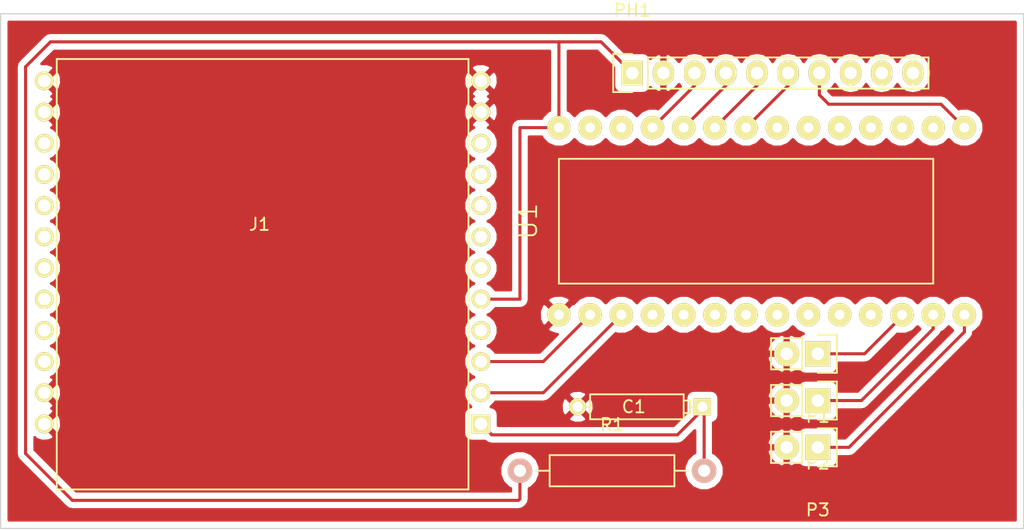
<source format=kicad_pcb>
(kicad_pcb (version 4) (host pcbnew 4.0.1-stable)

  (general
    (links 26)
    (no_connects 0)
    (area 153.873999 101.803999 237.286001 143.814001)
    (thickness 1.6)
    (drawings 7)
    (tracks 44)
    (zones 0)
    (modules 8)
    (nets 47)
  )

  (page A4)
  (layers
    (0 F.Cu signal)
    (31 B.Cu signal)
    (32 B.Adhes user)
    (33 F.Adhes user)
    (34 B.Paste user)
    (35 F.Paste user)
    (36 B.SilkS user)
    (37 F.SilkS user)
    (38 B.Mask user)
    (39 F.Mask user)
    (40 Dwgs.User user)
    (41 Cmts.User user)
    (42 Eco1.User user)
    (43 Eco2.User user)
    (44 Edge.Cuts user)
    (45 Margin user)
    (46 B.CrtYd user)
    (47 F.CrtYd user)
    (48 B.Fab user)
    (49 F.Fab user)
  )

  (setup
    (last_trace_width 0.25)
    (trace_clearance 0.2)
    (zone_clearance 0.508)
    (zone_45_only no)
    (trace_min 0.2)
    (segment_width 0.2)
    (edge_width 0.1)
    (via_size 0.6)
    (via_drill 0.4)
    (via_min_size 0.4)
    (via_min_drill 0.3)
    (uvia_size 0.3)
    (uvia_drill 0.1)
    (uvias_allowed no)
    (uvia_min_size 0.2)
    (uvia_min_drill 0.1)
    (pcb_text_width 0.3)
    (pcb_text_size 1.5 1.5)
    (mod_edge_width 0.15)
    (mod_text_size 1 1)
    (mod_text_width 0.15)
    (pad_size 1.7272 2.032)
    (pad_drill 1.016)
    (pad_to_mask_clearance 0)
    (aux_axis_origin 0 0)
    (visible_elements 7FFFFFFF)
    (pcbplotparams
      (layerselection 0x00030_80000001)
      (usegerberextensions false)
      (excludeedgelayer true)
      (linewidth 0.100000)
      (plotframeref false)
      (viasonmask false)
      (mode 1)
      (useauxorigin false)
      (hpglpennumber 1)
      (hpglpenspeed 20)
      (hpglpendiameter 15)
      (hpglpenoverlay 2)
      (psnegative false)
      (psa4output false)
      (plotreference true)
      (plotvalue true)
      (plotinvisibletext false)
      (padsonsilk false)
      (subtractmaskfromsilk false)
      (outputformat 1)
      (mirror false)
      (drillshape 1)
      (scaleselection 1)
      (outputdirectory ""))
  )

  (net 0 "")
  (net 1 Earth)
  (net 2 "Net-(J1-Pad10)")
  (net 3 "Net-(J1-Pad9)")
  (net 4 "Net-(J1-Pad8)")
  (net 5 "Net-(J1-Pad7)")
  (net 6 "Net-(J1-Pad6)")
  (net 7 +5V)
  (net 8 "Net-(J1-Pad4)")
  (net 9 "Net-(J1-Pad3)")
  (net 10 "Net-(J1-Pad2)")
  (net 11 "Net-(P1-Pad1)")
  (net 12 "Net-(P2-Pad1)")
  (net 13 "Net-(P3-Pad1)")
  (net 14 "Net-(U1-Pad3)")
  (net 15 "Net-(U1-Pad4)")
  (net 16 "Net-(U1-Pad5)")
  (net 17 "Net-(U1-Pad6)")
  (net 18 "Net-(U1-Pad7)")
  (net 19 "Net-(U1-Pad8)")
  (net 20 "Net-(U1-Pad9)")
  (net 21 "Net-(U1-Pad17)")
  (net 22 "Net-(U1-Pad18)")
  (net 23 "Net-(U1-Pad24)")
  (net 24 "Net-(U1-Pad25)")
  (net 25 "Net-(C1-Pad1)")
  (net 26 "Net-(J1-Pad15)")
  (net 27 "Net-(J1-Pad16)")
  (net 28 "Net-(J1-Pad17)")
  (net 29 "Net-(J1-Pad18)")
  (net 30 "Net-(J1-Pad19)")
  (net 31 "Net-(J1-Pad20)")
  (net 32 "Net-(J1-Pad21)")
  (net 33 "Net-(J1-Pad22)")
  (net 34 "Net-(U1-Pad14)")
  (net 35 "Net-(U1-Pad15)")
  (net 36 "Net-(U1-Pad16)")
  (net 37 "Net-(U1-Pad2)")
  (net 38 "Net-(PH1-Pad8)")
  (net 39 "Net-(PH1-Pad9)")
  (net 40 "Net-(PH1-Pad10)")
  (net 41 "Net-(U1-Pad19)")
  (net 42 "Net-(PH1-Pad3)")
  (net 43 "Net-(PH1-Pad4)")
  (net 44 "Net-(PH1-Pad5)")
  (net 45 "Net-(PH1-Pad6)")
  (net 46 "Net-(PH1-Pad7)")

  (net_class Default "This is the default net class."
    (clearance 0.2)
    (trace_width 0.25)
    (via_dia 0.6)
    (via_drill 0.4)
    (uvia_dia 0.3)
    (uvia_drill 0.1)
    (add_net +5V)
    (add_net Earth)
    (add_net "Net-(C1-Pad1)")
    (add_net "Net-(J1-Pad10)")
    (add_net "Net-(J1-Pad15)")
    (add_net "Net-(J1-Pad16)")
    (add_net "Net-(J1-Pad17)")
    (add_net "Net-(J1-Pad18)")
    (add_net "Net-(J1-Pad19)")
    (add_net "Net-(J1-Pad2)")
    (add_net "Net-(J1-Pad20)")
    (add_net "Net-(J1-Pad21)")
    (add_net "Net-(J1-Pad22)")
    (add_net "Net-(J1-Pad3)")
    (add_net "Net-(J1-Pad4)")
    (add_net "Net-(J1-Pad6)")
    (add_net "Net-(J1-Pad7)")
    (add_net "Net-(J1-Pad8)")
    (add_net "Net-(J1-Pad9)")
    (add_net "Net-(P1-Pad1)")
    (add_net "Net-(P2-Pad1)")
    (add_net "Net-(P3-Pad1)")
    (add_net "Net-(PH1-Pad10)")
    (add_net "Net-(PH1-Pad3)")
    (add_net "Net-(PH1-Pad4)")
    (add_net "Net-(PH1-Pad5)")
    (add_net "Net-(PH1-Pad6)")
    (add_net "Net-(PH1-Pad7)")
    (add_net "Net-(PH1-Pad8)")
    (add_net "Net-(PH1-Pad9)")
    (add_net "Net-(U1-Pad14)")
    (add_net "Net-(U1-Pad15)")
    (add_net "Net-(U1-Pad16)")
    (add_net "Net-(U1-Pad17)")
    (add_net "Net-(U1-Pad18)")
    (add_net "Net-(U1-Pad19)")
    (add_net "Net-(U1-Pad2)")
    (add_net "Net-(U1-Pad24)")
    (add_net "Net-(U1-Pad25)")
    (add_net "Net-(U1-Pad3)")
    (add_net "Net-(U1-Pad4)")
    (add_net "Net-(U1-Pad5)")
    (add_net "Net-(U1-Pad6)")
    (add_net "Net-(U1-Pad7)")
    (add_net "Net-(U1-Pad8)")
    (add_net "Net-(U1-Pad9)")
  )

  (module Discret:CP4 (layer F.Cu) (tedit 0) (tstamp 56EDCA80)
    (at 205.994 133.858 180)
    (descr "Condensateur polarise")
    (tags CP)
    (path /56EDCA55)
    (fp_text reference C1 (at 0.508 0 180) (layer F.SilkS)
      (effects (font (size 1 1) (thickness 0.15)))
    )
    (fp_text value CP (at 0.508 0 180) (layer F.Fab)
      (effects (font (size 1 1) (thickness 0.15)))
    )
    (fp_line (start 5.08 0) (end 4.064 0) (layer F.SilkS) (width 0.15))
    (fp_line (start 4.064 0) (end 4.064 1.016) (layer F.SilkS) (width 0.15))
    (fp_line (start 4.064 1.016) (end -3.556 1.016) (layer F.SilkS) (width 0.15))
    (fp_line (start -3.556 1.016) (end -3.556 -1.016) (layer F.SilkS) (width 0.15))
    (fp_line (start -3.556 -1.016) (end 4.064 -1.016) (layer F.SilkS) (width 0.15))
    (fp_line (start 4.064 -1.016) (end 4.064 0) (layer F.SilkS) (width 0.15))
    (fp_line (start -5.08 0) (end -4.064 0) (layer F.SilkS) (width 0.15))
    (fp_line (start -3.556 0.508) (end -4.064 0.508) (layer F.SilkS) (width 0.15))
    (fp_line (start -4.064 0.508) (end -4.064 -0.508) (layer F.SilkS) (width 0.15))
    (fp_line (start -4.064 -0.508) (end -3.556 -0.508) (layer F.SilkS) (width 0.15))
    (pad 1 thru_hole rect (at -5.08 0 180) (size 1.397 1.397) (drill 0.8128) (layers *.Cu *.Mask F.SilkS)
      (net 25 "Net-(C1-Pad1)"))
    (pad 2 thru_hole circle (at 5.08 0 180) (size 1.397 1.397) (drill 0.8128) (layers *.Cu *.Mask F.SilkS)
      (net 1 Earth))
    (model Discret.3dshapes/CP4.wrl
      (at (xyz 0 0 0))
      (scale (xyz 0.4 0.4 0.4))
      (rotate (xyz 0 0 0))
    )
  )

  (module EVM-915_DTS:EVM-915-DTS-Shape (layer F.Cu) (tedit 56EDC74B) (tstamp 56EDCAB2)
    (at 193.04 135.255 180)
    (path /56EAE0CB)
    (fp_text reference J1 (at 18.034 16.256 180) (layer F.SilkS)
      (effects (font (size 1 1) (thickness 0.15)))
    )
    (fp_text value EVM-915-DTS (at 18.288 10.922 180) (layer F.Fab)
      (effects (font (size 1 1) (thickness 0.15)))
    )
    (fp_line (start 34.544 -5.334) (end 34.544 29.718) (layer F.SilkS) (width 0.15))
    (fp_line (start 34.544 29.718) (end 1.016 29.718) (layer F.SilkS) (width 0.15))
    (fp_line (start 1.016 29.718) (end 1.016 -5.334) (layer F.SilkS) (width 0.15))
    (fp_line (start 1.016 -5.334) (end 34.544 -5.334) (layer F.SilkS) (width 0.15))
    (pad 1 thru_hole rect (at 0 0 180) (size 1.524 1.524) (drill 1.016) (layers *.Cu *.Mask F.SilkS)
      (net 25 "Net-(C1-Pad1)"))
    (pad 2 thru_hole circle (at 0 2.54 180) (size 1.524 1.524) (drill 1.016) (layers *.Cu *.Mask F.SilkS)
      (net 10 "Net-(J1-Pad2)"))
    (pad 3 thru_hole circle (at 0 5.08 180) (size 1.524 1.524) (drill 1.016) (layers *.Cu *.Mask F.SilkS)
      (net 9 "Net-(J1-Pad3)"))
    (pad 4 thru_hole circle (at 0 7.62 180) (size 1.524 1.524) (drill 1.016) (layers *.Cu *.Mask F.SilkS)
      (net 8 "Net-(J1-Pad4)"))
    (pad 5 thru_hole circle (at 0 10.16 180) (size 1.524 1.524) (drill 1.016) (layers *.Cu *.Mask F.SilkS)
      (net 7 +5V))
    (pad 6 thru_hole circle (at 0 12.7 180) (size 1.524 1.524) (drill 1.016) (layers *.Cu *.Mask F.SilkS)
      (net 6 "Net-(J1-Pad6)"))
    (pad 7 thru_hole circle (at 0 15.24 180) (size 1.524 1.524) (drill 1.016) (layers *.Cu *.Mask F.SilkS)
      (net 5 "Net-(J1-Pad7)"))
    (pad 8 thru_hole circle (at 0 17.78 180) (size 1.524 1.524) (drill 1.016) (layers *.Cu *.Mask F.SilkS)
      (net 4 "Net-(J1-Pad8)"))
    (pad 9 thru_hole circle (at 0 20.32 180) (size 1.524 1.524) (drill 1.016) (layers *.Cu *.Mask F.SilkS)
      (net 3 "Net-(J1-Pad9)"))
    (pad 10 thru_hole circle (at 0 22.86 180) (size 1.524 1.524) (drill 1.016) (layers *.Cu *.Mask F.SilkS)
      (net 2 "Net-(J1-Pad10)"))
    (pad 11 thru_hole circle (at 0 25.4 180) (size 1.524 1.524) (drill 1.016) (layers *.Cu *.Mask F.SilkS)
      (net 1 Earth))
    (pad 12 thru_hole circle (at 0 27.94 180) (size 1.524 1.524) (drill 1.016) (layers *.Cu *.Mask F.SilkS)
      (net 1 Earth))
    (pad 13 thru_hole circle (at 35.56 27.94 180) (size 1.524 1.524) (drill 1.016) (layers *.Cu *.Mask F.SilkS)
      (net 1 Earth))
    (pad 14 thru_hole circle (at 35.56 25.4 180) (size 1.524 1.524) (drill 1.016) (layers *.Cu *.Mask F.SilkS)
      (net 1 Earth))
    (pad 15 thru_hole circle (at 35.56 22.86 180) (size 1.524 1.524) (drill 1.016) (layers *.Cu *.Mask F.SilkS)
      (net 26 "Net-(J1-Pad15)"))
    (pad 16 thru_hole circle (at 35.56 20.32 180) (size 1.524 1.524) (drill 1.016) (layers *.Cu *.Mask F.SilkS)
      (net 27 "Net-(J1-Pad16)"))
    (pad 17 thru_hole circle (at 35.56 17.78 180) (size 1.524 1.524) (drill 1.016) (layers *.Cu *.Mask F.SilkS)
      (net 28 "Net-(J1-Pad17)"))
    (pad 18 thru_hole circle (at 35.56 15.24 180) (size 1.524 1.524) (drill 1.016) (layers *.Cu *.Mask F.SilkS)
      (net 29 "Net-(J1-Pad18)"))
    (pad 19 thru_hole circle (at 35.56 12.7 180) (size 1.524 1.524) (drill 1.016) (layers *.Cu *.Mask F.SilkS)
      (net 30 "Net-(J1-Pad19)"))
    (pad 20 thru_hole circle (at 35.56 10.16 180) (size 1.524 1.524) (drill 1.016) (layers *.Cu *.Mask F.SilkS)
      (net 31 "Net-(J1-Pad20)"))
    (pad 21 thru_hole circle (at 35.56 7.62 180) (size 1.524 1.524) (drill 1.016) (layers *.Cu *.Mask F.SilkS)
      (net 32 "Net-(J1-Pad21)"))
    (pad 22 thru_hole circle (at 35.56 5.08 180) (size 1.524 1.524) (drill 1.016) (layers *.Cu *.Mask F.SilkS)
      (net 33 "Net-(J1-Pad22)"))
    (pad 23 thru_hole circle (at 35.56 2.54 180) (size 1.524 1.524) (drill 1.016) (layers *.Cu *.Mask F.SilkS)
      (net 1 Earth))
    (pad 24 thru_hole circle (at 35.56 0 180) (size 1.524 1.524) (drill 1.016) (layers *.Cu *.Mask F.SilkS)
      (net 1 Earth))
  )

  (module Socket_Strips:Socket_Strip_Straight_1x02 (layer F.Cu) (tedit 54E9F75E) (tstamp 56EDCAC3)
    (at 220.472 129.54 180)
    (descr "Through hole socket strip")
    (tags "socket strip")
    (path /56EA1A74)
    (fp_text reference P1 (at 0 -5.1 180) (layer F.SilkS)
      (effects (font (size 1 1) (thickness 0.15)))
    )
    (fp_text value CONN_01X02 (at 0 -3.1 180) (layer F.Fab)
      (effects (font (size 1 1) (thickness 0.15)))
    )
    (fp_line (start -1.55 1.55) (end 0 1.55) (layer F.SilkS) (width 0.15))
    (fp_line (start 3.81 1.27) (end 1.27 1.27) (layer F.SilkS) (width 0.15))
    (fp_line (start -1.75 -1.75) (end -1.75 1.75) (layer F.CrtYd) (width 0.05))
    (fp_line (start 4.3 -1.75) (end 4.3 1.75) (layer F.CrtYd) (width 0.05))
    (fp_line (start -1.75 -1.75) (end 4.3 -1.75) (layer F.CrtYd) (width 0.05))
    (fp_line (start -1.75 1.75) (end 4.3 1.75) (layer F.CrtYd) (width 0.05))
    (fp_line (start 1.27 1.27) (end 1.27 -1.27) (layer F.SilkS) (width 0.15))
    (fp_line (start 0 -1.55) (end -1.55 -1.55) (layer F.SilkS) (width 0.15))
    (fp_line (start -1.55 -1.55) (end -1.55 1.55) (layer F.SilkS) (width 0.15))
    (fp_line (start 1.27 -1.27) (end 3.81 -1.27) (layer F.SilkS) (width 0.15))
    (fp_line (start 3.81 -1.27) (end 3.81 1.27) (layer F.SilkS) (width 0.15))
    (pad 1 thru_hole rect (at 0 0 180) (size 2.032 2.032) (drill 1.016) (layers *.Cu *.Mask F.SilkS)
      (net 11 "Net-(P1-Pad1)"))
    (pad 2 thru_hole oval (at 2.54 0 180) (size 2.032 2.032) (drill 1.016) (layers *.Cu *.Mask F.SilkS)
      (net 1 Earth))
    (model Socket_Strips.3dshapes/Socket_Strip_Straight_1x02.wrl
      (at (xyz 0.05 0 0))
      (scale (xyz 1 1 1))
      (rotate (xyz 0 0 180))
    )
  )

  (module Socket_Strips:Socket_Strip_Straight_1x02 (layer F.Cu) (tedit 54E9F75E) (tstamp 56EDCAD4)
    (at 220.472 133.35 180)
    (descr "Through hole socket strip")
    (tags "socket strip")
    (path /56EA1C00)
    (fp_text reference P2 (at 0 -5.1 180) (layer F.SilkS)
      (effects (font (size 1 1) (thickness 0.15)))
    )
    (fp_text value CONN_01X02 (at 0 -3.1 180) (layer F.Fab)
      (effects (font (size 1 1) (thickness 0.15)))
    )
    (fp_line (start -1.55 1.55) (end 0 1.55) (layer F.SilkS) (width 0.15))
    (fp_line (start 3.81 1.27) (end 1.27 1.27) (layer F.SilkS) (width 0.15))
    (fp_line (start -1.75 -1.75) (end -1.75 1.75) (layer F.CrtYd) (width 0.05))
    (fp_line (start 4.3 -1.75) (end 4.3 1.75) (layer F.CrtYd) (width 0.05))
    (fp_line (start -1.75 -1.75) (end 4.3 -1.75) (layer F.CrtYd) (width 0.05))
    (fp_line (start -1.75 1.75) (end 4.3 1.75) (layer F.CrtYd) (width 0.05))
    (fp_line (start 1.27 1.27) (end 1.27 -1.27) (layer F.SilkS) (width 0.15))
    (fp_line (start 0 -1.55) (end -1.55 -1.55) (layer F.SilkS) (width 0.15))
    (fp_line (start -1.55 -1.55) (end -1.55 1.55) (layer F.SilkS) (width 0.15))
    (fp_line (start 1.27 -1.27) (end 3.81 -1.27) (layer F.SilkS) (width 0.15))
    (fp_line (start 3.81 -1.27) (end 3.81 1.27) (layer F.SilkS) (width 0.15))
    (pad 1 thru_hole rect (at 0 0 180) (size 2.032 2.032) (drill 1.016) (layers *.Cu *.Mask F.SilkS)
      (net 12 "Net-(P2-Pad1)"))
    (pad 2 thru_hole oval (at 2.54 0 180) (size 2.032 2.032) (drill 1.016) (layers *.Cu *.Mask F.SilkS)
      (net 1 Earth))
    (model Socket_Strips.3dshapes/Socket_Strip_Straight_1x02.wrl
      (at (xyz 0.05 0 0))
      (scale (xyz 1 1 1))
      (rotate (xyz 0 0 180))
    )
  )

  (module Socket_Strips:Socket_Strip_Straight_1x02 (layer F.Cu) (tedit 54E9F75E) (tstamp 56EDCAE5)
    (at 220.472 137.16 180)
    (descr "Through hole socket strip")
    (tags "socket strip")
    (path /56EA1C27)
    (fp_text reference P3 (at 0 -5.1 180) (layer F.SilkS)
      (effects (font (size 1 1) (thickness 0.15)))
    )
    (fp_text value CONN_01X02 (at 0 -3.1 180) (layer F.Fab)
      (effects (font (size 1 1) (thickness 0.15)))
    )
    (fp_line (start -1.55 1.55) (end 0 1.55) (layer F.SilkS) (width 0.15))
    (fp_line (start 3.81 1.27) (end 1.27 1.27) (layer F.SilkS) (width 0.15))
    (fp_line (start -1.75 -1.75) (end -1.75 1.75) (layer F.CrtYd) (width 0.05))
    (fp_line (start 4.3 -1.75) (end 4.3 1.75) (layer F.CrtYd) (width 0.05))
    (fp_line (start -1.75 -1.75) (end 4.3 -1.75) (layer F.CrtYd) (width 0.05))
    (fp_line (start -1.75 1.75) (end 4.3 1.75) (layer F.CrtYd) (width 0.05))
    (fp_line (start 1.27 1.27) (end 1.27 -1.27) (layer F.SilkS) (width 0.15))
    (fp_line (start 0 -1.55) (end -1.55 -1.55) (layer F.SilkS) (width 0.15))
    (fp_line (start -1.55 -1.55) (end -1.55 1.55) (layer F.SilkS) (width 0.15))
    (fp_line (start 1.27 -1.27) (end 3.81 -1.27) (layer F.SilkS) (width 0.15))
    (fp_line (start 3.81 -1.27) (end 3.81 1.27) (layer F.SilkS) (width 0.15))
    (pad 1 thru_hole rect (at 0 0 180) (size 2.032 2.032) (drill 1.016) (layers *.Cu *.Mask F.SilkS)
      (net 13 "Net-(P3-Pad1)"))
    (pad 2 thru_hole oval (at 2.54 0 180) (size 2.032 2.032) (drill 1.016) (layers *.Cu *.Mask F.SilkS)
      (net 1 Earth))
    (model Socket_Strips.3dshapes/Socket_Strip_Straight_1x02.wrl
      (at (xyz 0.05 0 0))
      (scale (xyz 1 1 1))
      (rotate (xyz 0 0 180))
    )
  )

  (module Resistors_ThroughHole:Resistor_Horizontal_RM15mm (layer F.Cu) (tedit 569FCEE8) (tstamp 56EDCAF5)
    (at 196.215 139.065)
    (descr "Resistor, Axial, RM 15mm,")
    (tags "Resistor Axial RM 15mm")
    (path /56EDCB04)
    (fp_text reference R1 (at 7.5 -3.74904) (layer F.SilkS)
      (effects (font (size 1 1) (thickness 0.15)))
    )
    (fp_text value 10 (at 7.5 4.0005) (layer F.Fab)
      (effects (font (size 1 1) (thickness 0.15)))
    )
    (fp_line (start -1.25 1.5) (end -1.25 -1.5) (layer F.CrtYd) (width 0.05))
    (fp_line (start -1.25 -1.5) (end 16.25 -1.5) (layer F.CrtYd) (width 0.05))
    (fp_line (start 16.25 -1.5) (end 16.25 1.5) (layer F.CrtYd) (width 0.05))
    (fp_line (start 16.25 1.5) (end -1.25 1.5) (layer F.CrtYd) (width 0.05))
    (fp_line (start 2.42 -1.27) (end 2.42 1.27) (layer F.SilkS) (width 0.15))
    (fp_line (start 2.42 1.27) (end 12.58 1.27) (layer F.SilkS) (width 0.15))
    (fp_line (start 12.58 1.27) (end 12.58 -1.27) (layer F.SilkS) (width 0.15))
    (fp_line (start 12.58 -1.27) (end 2.42 -1.27) (layer F.SilkS) (width 0.15))
    (fp_line (start 13.73 0) (end 12.58 0) (layer F.SilkS) (width 0.15))
    (fp_line (start 1.27 0) (end 2.42 0) (layer F.SilkS) (width 0.15))
    (pad 1 thru_hole circle (at 0 0) (size 1.99898 1.99898) (drill 1.00076) (layers *.Cu *.SilkS *.Mask)
      (net 7 +5V))
    (pad 2 thru_hole circle (at 15 0) (size 1.99898 1.99898) (drill 1.00076) (layers *.Cu *.SilkS *.Mask)
      (net 25 "Net-(C1-Pad1)"))
    (model Resistors_ThroughHole.3dshapes/Resistor_Horizontal_RM15mm.wrl
      (at (xyz 0.295 0 0))
      (scale (xyz 0.395 0.4 0.4))
      (rotate (xyz 0 0 0))
    )
  )

  (module Teensy-3:Teensy-3.1 (layer F.Cu) (tedit 5506D470) (tstamp 56EDCB19)
    (at 201.93 126.365)
    (path /56D7E358)
    (fp_text reference U1 (at -5.08 -7.62 90) (layer F.SilkS)
      (effects (font (size 1.5 1.5) (thickness 0.15)))
    )
    (fp_text value Teensy_3.1 (at 5.08 -10.16) (layer F.Fab)
      (effects (font (size 1.5 1.5) (thickness 0.15)))
    )
    (fp_line (start -2.54 -12.7) (end 27.94 -12.7) (layer F.SilkS) (width 0.15))
    (fp_line (start 27.94 -12.7) (end 27.94 -2.54) (layer F.SilkS) (width 0.15))
    (fp_line (start 27.94 -2.54) (end -2.54 -2.54) (layer F.SilkS) (width 0.15))
    (fp_line (start -2.54 -2.54) (end -2.54 -12.7) (layer F.SilkS) (width 0.15))
    (pad 0 thru_hole circle (at 0 0) (size 1.9 1.9) (drill 0.8) (layers *.Cu *.Mask F.SilkS)
      (net 9 "Net-(J1-Pad3)"))
    (pad 1 thru_hole circle (at 2.54 0) (size 1.9 1.9) (drill 0.8) (layers *.Cu *.Mask F.SilkS)
      (net 10 "Net-(J1-Pad2)"))
    (pad 2 thru_hole circle (at 5.08 0) (size 1.9 1.9) (drill 0.8) (layers *.Cu *.Mask F.SilkS)
      (net 37 "Net-(U1-Pad2)"))
    (pad 3 thru_hole circle (at 7.62 0) (size 1.9 1.9) (drill 0.8) (layers *.Cu *.Mask F.SilkS)
      (net 14 "Net-(U1-Pad3)"))
    (pad 4 thru_hole circle (at 10.16 0) (size 1.9 1.9) (drill 0.8) (layers *.Cu *.Mask F.SilkS)
      (net 15 "Net-(U1-Pad4)"))
    (pad 5 thru_hole circle (at 12.7 0) (size 1.9 1.9) (drill 0.8) (layers *.Cu *.Mask F.SilkS)
      (net 16 "Net-(U1-Pad5)"))
    (pad 6 thru_hole circle (at 15.24 0) (size 1.9 1.9) (drill 0.8) (layers *.Cu *.Mask F.SilkS)
      (net 17 "Net-(U1-Pad6)"))
    (pad 7 thru_hole circle (at 17.78 0) (size 1.9 1.9) (drill 0.8) (layers *.Cu *.Mask F.SilkS)
      (net 18 "Net-(U1-Pad7)"))
    (pad 8 thru_hole circle (at 20.32 0) (size 1.9 1.9) (drill 0.8) (layers *.Cu *.Mask F.SilkS)
      (net 19 "Net-(U1-Pad8)"))
    (pad 9 thru_hole circle (at 22.86 0) (size 1.9 1.9) (drill 0.8) (layers *.Cu *.Mask F.SilkS)
      (net 20 "Net-(U1-Pad9)"))
    (pad 10 thru_hole circle (at 25.4 0) (size 1.9 1.9) (drill 0.8) (layers *.Cu *.Mask F.SilkS)
      (net 11 "Net-(P1-Pad1)"))
    (pad 11 thru_hole circle (at 27.94 0) (size 1.9 1.9) (drill 0.8) (layers *.Cu *.Mask F.SilkS)
      (net 12 "Net-(P2-Pad1)"))
    (pad 12 thru_hole circle (at 30.48 0) (size 1.9 1.9) (drill 0.8) (layers *.Cu *.Mask F.SilkS)
      (net 13 "Net-(P3-Pad1)"))
    (pad 13 thru_hole circle (at 30.48 -15.24) (size 1.9 1.9) (drill 0.8) (layers *.Cu *.Mask F.SilkS)
      (net 46 "Net-(PH1-Pad7)"))
    (pad 14 thru_hole circle (at 27.94 -15.24) (size 1.9 1.9) (drill 0.8) (layers *.Cu *.Mask F.SilkS)
      (net 34 "Net-(U1-Pad14)"))
    (pad 15 thru_hole circle (at 25.4 -15.24) (size 1.9 1.9) (drill 0.8) (layers *.Cu *.Mask F.SilkS)
      (net 35 "Net-(U1-Pad15)"))
    (pad 16 thru_hole circle (at 22.86 -15.24) (size 1.9 1.9) (drill 0.8) (layers *.Cu *.Mask F.SilkS)
      (net 36 "Net-(U1-Pad16)"))
    (pad 17 thru_hole circle (at 20.32 -15.24) (size 1.9 1.9) (drill 0.8) (layers *.Cu *.Mask F.SilkS)
      (net 21 "Net-(U1-Pad17)"))
    (pad 18 thru_hole circle (at 17.78 -15.24) (size 1.9 1.9) (drill 0.8) (layers *.Cu *.Mask F.SilkS)
      (net 22 "Net-(U1-Pad18)"))
    (pad 19 thru_hole circle (at 15.24 -15.24) (size 1.9 1.9) (drill 0.8) (layers *.Cu *.Mask F.SilkS)
      (net 41 "Net-(U1-Pad19)"))
    (pad 20 thru_hole circle (at 12.7 -15.24) (size 1.9 1.9) (drill 0.8) (layers *.Cu *.Mask F.SilkS)
      (net 45 "Net-(PH1-Pad6)"))
    (pad 21 thru_hole circle (at 10.16 -15.24) (size 1.9 1.9) (drill 0.8) (layers *.Cu *.Mask F.SilkS)
      (net 44 "Net-(PH1-Pad5)"))
    (pad 22 thru_hole circle (at 7.62 -15.24) (size 1.9 1.9) (drill 0.8) (layers *.Cu *.Mask F.SilkS)
      (net 43 "Net-(PH1-Pad4)"))
    (pad 23 thru_hole circle (at 5.08 -15.24) (size 1.9 1.9) (drill 0.8) (layers *.Cu *.Mask F.SilkS)
      (net 42 "Net-(PH1-Pad3)"))
    (pad 24 thru_hole circle (at 2.54 -15.24) (size 1.9 1.9) (drill 0.8) (layers *.Cu *.Mask F.SilkS)
      (net 23 "Net-(U1-Pad24)"))
    (pad 25 thru_hole circle (at 0 -15.24) (size 1.9 1.9) (drill 0.8) (layers *.Cu *.Mask F.SilkS)
      (net 24 "Net-(U1-Pad25)"))
    (pad 26 thru_hole circle (at -2.54 -15.24) (size 1.9 1.9) (drill 0.8) (layers *.Cu *.Mask F.SilkS)
      (net 7 +5V))
    (pad 27 thru_hole circle (at -2.54 0) (size 1.9 1.9) (drill 0.8) (layers *.Cu *.Mask F.SilkS)
      (net 1 Earth))
  )

  (module Socket_Strips:Socket_Strip_Straight_1x10 (layer F.Cu) (tedit 56F9CCE1) (tstamp 56F9C8B2)
    (at 205.359 106.68)
    (descr "Through hole socket strip")
    (tags "socket strip")
    (path /56F9C928)
    (fp_text reference PH1 (at 0 -5.1) (layer F.SilkS)
      (effects (font (size 1 1) (thickness 0.15)))
    )
    (fp_text value CONN_01X10 (at 0 -3.1) (layer F.Fab)
      (effects (font (size 1 1) (thickness 0.15)))
    )
    (fp_line (start -1.75 -1.75) (end -1.75 1.75) (layer F.CrtYd) (width 0.05))
    (fp_line (start 24.65 -1.75) (end 24.65 1.75) (layer F.CrtYd) (width 0.05))
    (fp_line (start -1.75 -1.75) (end 24.65 -1.75) (layer F.CrtYd) (width 0.05))
    (fp_line (start -1.75 1.75) (end 24.65 1.75) (layer F.CrtYd) (width 0.05))
    (fp_line (start 1.27 1.27) (end 24.13 1.27) (layer F.SilkS) (width 0.15))
    (fp_line (start 24.13 1.27) (end 24.13 -1.27) (layer F.SilkS) (width 0.15))
    (fp_line (start 24.13 -1.27) (end 1.27 -1.27) (layer F.SilkS) (width 0.15))
    (fp_line (start -1.55 1.55) (end 0 1.55) (layer F.SilkS) (width 0.15))
    (fp_line (start 1.27 1.27) (end 1.27 -1.27) (layer F.SilkS) (width 0.15))
    (fp_line (start 0 -1.55) (end -1.55 -1.55) (layer F.SilkS) (width 0.15))
    (fp_line (start -1.55 -1.55) (end -1.55 1.55) (layer F.SilkS) (width 0.15))
    (pad 1 thru_hole rect (at 0 0) (size 1.7272 2.032) (drill 1.016) (layers *.Cu *.Mask F.SilkS)
      (net 7 +5V))
    (pad 2 thru_hole oval (at 2.54 0) (size 1.7272 2.032) (drill 1.016) (layers *.Cu *.Mask F.SilkS)
      (net 1 Earth))
    (pad 3 thru_hole oval (at 5.08 0) (size 1.7272 2.032) (drill 1.016) (layers *.Cu *.Mask F.SilkS)
      (net 42 "Net-(PH1-Pad3)"))
    (pad 4 thru_hole oval (at 7.62 0) (size 1.7272 2.032) (drill 1.016) (layers *.Cu *.Mask F.SilkS)
      (net 43 "Net-(PH1-Pad4)"))
    (pad 5 thru_hole oval (at 10.16 0) (size 1.7272 2.032) (drill 1.016) (layers *.Cu *.Mask F.SilkS)
      (net 44 "Net-(PH1-Pad5)"))
    (pad 6 thru_hole oval (at 12.7 0) (size 1.7272 2.032) (drill 1.016) (layers *.Cu *.Mask F.SilkS)
      (net 45 "Net-(PH1-Pad6)"))
    (pad 7 thru_hole oval (at 15.24 0) (size 1.7272 2.032) (drill 1.016) (layers *.Cu *.Mask F.SilkS)
      (net 46 "Net-(PH1-Pad7)"))
    (pad 8 thru_hole oval (at 17.78 0) (size 1.7272 2.032) (drill 1.016) (layers *.Cu *.Mask F.SilkS)
      (net 38 "Net-(PH1-Pad8)"))
    (pad 9 thru_hole oval (at 20.32 0) (size 1.7272 2.032) (drill 1.016) (layers *.Cu *.Mask F.SilkS)
      (net 39 "Net-(PH1-Pad9)"))
    (pad 10 thru_hole oval (at 22.86 0) (size 1.7272 2.032) (drill 1.016) (layers *.Cu *.Mask F.SilkS)
      (net 40 "Net-(PH1-Pad10)"))
    (model Socket_Strips.3dshapes/Socket_Strip_Straight_1x10.wrl
      (at (xyz 0.45 0 0))
      (scale (xyz 1 1 1))
      (rotate (xyz 0 0 180))
    )
  )

  (gr_line (start 237.236 133.35) (end 237.236 134.112) (angle 90) (layer Edge.Cuts) (width 0.1))
  (gr_line (start 237.236 101.854) (end 237.236 133.35) (angle 90) (layer Edge.Cuts) (width 0.1))
  (gr_line (start 236.982 101.854) (end 237.236 101.854) (angle 90) (layer Edge.Cuts) (width 0.1))
  (gr_line (start 153.924 101.854) (end 236.982 101.854) (angle 90) (layer Edge.Cuts) (width 0.1))
  (gr_line (start 153.924 143.764) (end 153.924 101.854) (angle 90) (layer Edge.Cuts) (width 0.1))
  (gr_line (start 237.236 143.764) (end 153.924 143.764) (angle 90) (layer Edge.Cuts) (width 0.1))
  (gr_line (start 237.236 133.604) (end 237.236 143.764) (angle 90) (layer Edge.Cuts) (width 0.1))

  (segment (start 199.39 104.14) (end 202.819 104.14) (width 0.25) (layer F.Cu) (net 7))
  (segment (start 202.819 104.14) (end 205.359 106.68) (width 0.25) (layer F.Cu) (net 7) (tstamp 56F9CCB7))
  (segment (start 199.39 111.125) (end 199.39 104.14) (width 0.25) (layer F.Cu) (net 7))
  (segment (start 196.215 139.065) (end 196.215 141.351) (width 0.25) (layer F.Cu) (net 7))
  (segment (start 196.215 141.351) (end 196.088 141.478) (width 0.25) (layer F.Cu) (net 7) (tstamp 56EDD593))
  (segment (start 196.088 141.478) (end 159.766 141.478) (width 0.25) (layer F.Cu) (net 7) (tstamp 56EDD597))
  (segment (start 159.766 141.478) (end 155.956 137.668) (width 0.25) (layer F.Cu) (net 7) (tstamp 56EDD5A4))
  (segment (start 155.956 137.668) (end 155.956 106.172) (width 0.25) (layer F.Cu) (net 7) (tstamp 56EDD5AA))
  (segment (start 155.956 106.172) (end 157.988 104.14) (width 0.25) (layer F.Cu) (net 7) (tstamp 56EDD5B1))
  (segment (start 157.988 104.14) (end 199.39 104.14) (width 0.25) (layer F.Cu) (net 7) (tstamp 56EDD5B4))
  (segment (start 193.04 125.095) (end 196.215 125.095) (width 0.25) (layer F.Cu) (net 7))
  (segment (start 196.215 125.095) (end 196.215 111.125) (width 0.25) (layer F.Cu) (net 7) (tstamp 56EDD0E3))
  (segment (start 196.215 111.125) (end 199.39 111.125) (width 0.25) (layer F.Cu) (net 7) (tstamp 56EDD0E4))
  (segment (start 193.04 130.175) (end 198.12 130.175) (width 0.25) (layer F.Cu) (net 9))
  (segment (start 198.12 130.175) (end 201.93 126.365) (width 0.25) (layer F.Cu) (net 9) (tstamp 56EDCEFE))
  (segment (start 193.04 132.715) (end 198.12 132.715) (width 0.25) (layer F.Cu) (net 10))
  (segment (start 198.12 132.715) (end 204.47 126.365) (width 0.25) (layer F.Cu) (net 10) (tstamp 56EDCF03))
  (segment (start 227.33 126.365) (end 227.33 126.492) (width 0.25) (layer F.Cu) (net 11))
  (segment (start 227.33 126.492) (end 224.282 129.54) (width 0.25) (layer F.Cu) (net 11) (tstamp 56EDD583))
  (segment (start 224.282 129.54) (end 220.472 129.54) (width 0.25) (layer F.Cu) (net 11) (tstamp 56EDD584))
  (segment (start 229.87 126.365) (end 229.87 127.508) (width 0.25) (layer F.Cu) (net 12))
  (segment (start 224.028 133.35) (end 220.472 133.35) (width 0.25) (layer F.Cu) (net 12) (tstamp 56EDD589))
  (segment (start 229.87 127.508) (end 224.028 133.35) (width 0.25) (layer F.Cu) (net 12) (tstamp 56EDD587))
  (segment (start 232.41 126.365) (end 232.41 127.762) (width 0.25) (layer F.Cu) (net 13))
  (segment (start 223.012 137.16) (end 220.472 137.16) (width 0.25) (layer F.Cu) (net 13) (tstamp 56EDD58E))
  (segment (start 232.41 127.762) (end 223.012 137.16) (width 0.25) (layer F.Cu) (net 13) (tstamp 56EDD58C))
  (segment (start 211.074 133.858) (end 211.074 134.112) (width 0.25) (layer F.Cu) (net 25))
  (segment (start 211.074 134.112) (end 209.042 136.144) (width 0.25) (layer F.Cu) (net 25) (tstamp 56EDD5E7))
  (segment (start 193.929 136.144) (end 193.04 135.255) (width 0.25) (layer F.Cu) (net 25) (tstamp 56EDD5F0))
  (segment (start 209.042 136.144) (end 193.929 136.144) (width 0.25) (layer F.Cu) (net 25) (tstamp 56EDD5E9))
  (segment (start 211.215 139.065) (end 211.215 133.999) (width 0.25) (layer F.Cu) (net 25))
  (segment (start 211.215 133.999) (end 211.074 133.858) (width 0.25) (layer F.Cu) (net 25) (tstamp 56EDD5D7))
  (segment (start 210.439 106.68) (end 210.439 107.696) (width 0.25) (layer F.Cu) (net 42))
  (segment (start 210.439 107.696) (end 207.01 111.125) (width 0.25) (layer F.Cu) (net 42) (tstamp 56F9CCC2))
  (segment (start 212.979 106.68) (end 212.979 107.696) (width 0.25) (layer F.Cu) (net 43) (status 400000))
  (segment (start 212.979 107.696) (end 209.55 111.125) (width 0.25) (layer F.Cu) (net 43) (tstamp 56F9CD39) (status 800000))
  (segment (start 215.519 106.68) (end 215.519 107.696) (width 0.25) (layer F.Cu) (net 44) (status 400000))
  (segment (start 215.519 107.696) (end 212.09 111.125) (width 0.25) (layer F.Cu) (net 44) (tstamp 56F9CD3D) (status 800000))
  (segment (start 218.059 106.68) (end 218.059 107.696) (width 0.25) (layer F.Cu) (net 45) (status 400000))
  (segment (start 218.059 107.696) (end 214.63 111.125) (width 0.25) (layer F.Cu) (net 45) (tstamp 56F9CD41) (status 800000))
  (segment (start 220.599 106.68) (end 220.599 108.458) (width 0.25) (layer F.Cu) (net 46) (status 400000))
  (segment (start 230.505 109.22) (end 232.41 111.125) (width 0.25) (layer F.Cu) (net 46) (tstamp 56F9CD83) (status 800000))
  (segment (start 221.361 109.22) (end 230.505 109.22) (width 0.25) (layer F.Cu) (net 46) (tstamp 56F9CD80))
  (segment (start 220.599 108.458) (end 221.361 109.22) (width 0.25) (layer F.Cu) (net 46) (tstamp 56F9CD7D))

  (zone (net 1) (net_name Earth) (layer F.Cu) (tstamp 56EDD287) (hatch edge 0.508)
    (connect_pads (clearance 0.508))
    (min_thickness 0.254)
    (fill yes (arc_segments 16) (thermal_gap 0.508) (thermal_bridge_width 0.508))
    (polygon
      (pts
        (xy 205.105 102.235) (xy 154.305 102.235) (xy 154.305 143.51) (xy 236.855 143.51) (xy 236.855 102.235)
        (xy 205.105 102.235) (xy 203.2 102.235)
      )
    )
    (filled_polygon
      (pts
        (xy 236.551 143.079) (xy 154.609 143.079) (xy 154.609 106.172) (xy 155.196 106.172) (xy 155.196 137.668)
        (xy 155.253852 137.958839) (xy 155.418599 138.205401) (xy 159.228599 142.015401) (xy 159.475161 142.180148) (xy 159.766 142.238)
        (xy 196.088 142.238) (xy 196.378839 142.180148) (xy 196.625401 142.015401) (xy 196.752401 141.888401) (xy 196.917148 141.641839)
        (xy 196.975 141.351) (xy 196.975 140.519496) (xy 197.139655 140.451462) (xy 197.599846 139.992073) (xy 197.849206 139.391547)
        (xy 197.849774 138.741306) (xy 197.601462 138.140345) (xy 197.142073 137.680154) (xy 196.541547 137.430794) (xy 195.891306 137.430226)
        (xy 195.290345 137.678538) (xy 194.830154 138.137927) (xy 194.580794 138.738453) (xy 194.580226 139.388694) (xy 194.828538 139.989655)
        (xy 195.287927 140.449846) (xy 195.455 140.519221) (xy 195.455 140.718) (xy 160.080802 140.718) (xy 156.716 137.353198)
        (xy 156.716 136.362844) (xy 156.748857 136.477397) (xy 157.272302 136.664144) (xy 157.827368 136.636362) (xy 158.211143 136.477397)
        (xy 158.280608 136.235213) (xy 157.48 135.434605) (xy 157.465858 135.448748) (xy 157.286253 135.269143) (xy 157.300395 135.255)
        (xy 157.659605 135.255) (xy 158.460213 136.055608) (xy 158.702397 135.986143) (xy 158.889144 135.462698) (xy 158.861362 134.907632)
        (xy 158.702397 134.523857) (xy 158.460213 134.454392) (xy 157.659605 135.255) (xy 157.300395 135.255) (xy 157.286253 135.240858)
        (xy 157.465858 135.061253) (xy 157.48 135.075395) (xy 158.280608 134.274787) (xy 158.211143 134.032603) (xy 158.087656 133.988547)
        (xy 158.211143 133.937397) (xy 158.280608 133.695213) (xy 157.48 132.894605) (xy 157.465858 132.908748) (xy 157.286253 132.729143)
        (xy 157.300395 132.715) (xy 157.659605 132.715) (xy 158.460213 133.515608) (xy 158.702397 133.446143) (xy 158.889144 132.922698)
        (xy 158.861362 132.367632) (xy 158.702397 131.983857) (xy 158.460213 131.914392) (xy 157.659605 132.715) (xy 157.300395 132.715)
        (xy 157.286253 132.700858) (xy 157.465858 132.521253) (xy 157.48 132.535395) (xy 158.280608 131.734787) (xy 158.211143 131.492603)
        (xy 158.070682 131.442491) (xy 158.270303 131.36001) (xy 158.663629 130.96737) (xy 158.876757 130.4541) (xy 158.877242 129.898339)
        (xy 158.66501 129.384697) (xy 158.27237 128.991371) (xy 158.064488 128.905051) (xy 158.270303 128.82001) (xy 158.663629 128.42737)
        (xy 158.876757 127.9141) (xy 158.877242 127.358339) (xy 158.66501 126.844697) (xy 158.27237 126.451371) (xy 158.064488 126.365051)
        (xy 158.270303 126.28001) (xy 158.663629 125.88737) (xy 158.876757 125.3741) (xy 158.877242 124.818339) (xy 158.66501 124.304697)
        (xy 158.27237 123.911371) (xy 158.064488 123.825051) (xy 158.270303 123.74001) (xy 158.663629 123.34737) (xy 158.876757 122.8341)
        (xy 158.877242 122.278339) (xy 158.66501 121.764697) (xy 158.27237 121.371371) (xy 158.064488 121.285051) (xy 158.270303 121.20001)
        (xy 158.663629 120.80737) (xy 158.876757 120.2941) (xy 158.877242 119.738339) (xy 158.66501 119.224697) (xy 158.27237 118.831371)
        (xy 158.064488 118.745051) (xy 158.270303 118.66001) (xy 158.663629 118.26737) (xy 158.876757 117.7541) (xy 158.877242 117.198339)
        (xy 158.66501 116.684697) (xy 158.27237 116.291371) (xy 158.064488 116.205051) (xy 158.270303 116.12001) (xy 158.663629 115.72737)
        (xy 158.876757 115.2141) (xy 158.877242 114.658339) (xy 158.66501 114.144697) (xy 158.27237 113.751371) (xy 158.064488 113.665051)
        (xy 158.270303 113.58001) (xy 158.663629 113.18737) (xy 158.876757 112.6741) (xy 158.877242 112.118339) (xy 158.66501 111.604697)
        (xy 158.27237 111.211371) (xy 158.080273 111.131605) (xy 158.211143 111.077397) (xy 158.280608 110.835213) (xy 157.48 110.034605)
        (xy 157.465858 110.048748) (xy 157.286253 109.869143) (xy 157.300395 109.855) (xy 157.659605 109.855) (xy 158.460213 110.655608)
        (xy 158.702397 110.586143) (xy 158.889144 110.062698) (xy 158.868353 109.647302) (xy 191.630856 109.647302) (xy 191.658638 110.202368)
        (xy 191.817603 110.586143) (xy 192.059787 110.655608) (xy 192.860395 109.855) (xy 193.219605 109.855) (xy 194.020213 110.655608)
        (xy 194.262397 110.586143) (xy 194.449144 110.062698) (xy 194.421362 109.507632) (xy 194.262397 109.123857) (xy 194.020213 109.054392)
        (xy 193.219605 109.855) (xy 192.860395 109.855) (xy 192.059787 109.054392) (xy 191.817603 109.123857) (xy 191.630856 109.647302)
        (xy 158.868353 109.647302) (xy 158.861362 109.507632) (xy 158.702397 109.123857) (xy 158.460213 109.054392) (xy 157.659605 109.855)
        (xy 157.300395 109.855) (xy 157.286253 109.840858) (xy 157.465858 109.661253) (xy 157.48 109.675395) (xy 158.280608 108.874787)
        (xy 158.211143 108.632603) (xy 158.087656 108.588547) (xy 158.211143 108.537397) (xy 158.280608 108.295213) (xy 192.239392 108.295213)
        (xy 192.308857 108.537397) (xy 192.432344 108.581453) (xy 192.308857 108.632603) (xy 192.239392 108.874787) (xy 193.04 109.675395)
        (xy 193.840608 108.874787) (xy 193.771143 108.632603) (xy 193.647656 108.588547) (xy 193.771143 108.537397) (xy 193.840608 108.295213)
        (xy 193.04 107.494605) (xy 192.239392 108.295213) (xy 158.280608 108.295213) (xy 157.48 107.494605) (xy 157.465858 107.508748)
        (xy 157.286253 107.329143) (xy 157.300395 107.315) (xy 157.659605 107.315) (xy 158.460213 108.115608) (xy 158.702397 108.046143)
        (xy 158.889144 107.522698) (xy 158.868353 107.107302) (xy 191.630856 107.107302) (xy 191.658638 107.662368) (xy 191.817603 108.046143)
        (xy 192.059787 108.115608) (xy 192.860395 107.315) (xy 193.219605 107.315) (xy 194.020213 108.115608) (xy 194.262397 108.046143)
        (xy 194.449144 107.522698) (xy 194.421362 106.967632) (xy 194.262397 106.583857) (xy 194.020213 106.514392) (xy 193.219605 107.315)
        (xy 192.860395 107.315) (xy 192.059787 106.514392) (xy 191.817603 106.583857) (xy 191.630856 107.107302) (xy 158.868353 107.107302)
        (xy 158.861362 106.967632) (xy 158.702397 106.583857) (xy 158.460213 106.514392) (xy 157.659605 107.315) (xy 157.300395 107.315)
        (xy 157.286253 107.300858) (xy 157.465858 107.121253) (xy 157.48 107.135395) (xy 158.280608 106.334787) (xy 192.239392 106.334787)
        (xy 193.04 107.135395) (xy 193.840608 106.334787) (xy 193.771143 106.092603) (xy 193.247698 105.905856) (xy 192.692632 105.933638)
        (xy 192.308857 106.092603) (xy 192.239392 106.334787) (xy 158.280608 106.334787) (xy 158.211143 106.092603) (xy 157.687698 105.905856)
        (xy 157.276358 105.926444) (xy 158.302802 104.9) (xy 198.63 104.9) (xy 198.63 109.724053) (xy 198.493343 109.780519)
        (xy 198.047086 110.225997) (xy 197.989367 110.365) (xy 196.215 110.365) (xy 195.924161 110.422852) (xy 195.677599 110.587599)
        (xy 195.512852 110.834161) (xy 195.455 111.125) (xy 195.455 124.335) (xy 194.237531 124.335) (xy 194.22501 124.304697)
        (xy 193.83237 123.911371) (xy 193.624488 123.825051) (xy 193.830303 123.74001) (xy 194.223629 123.34737) (xy 194.436757 122.8341)
        (xy 194.437242 122.278339) (xy 194.22501 121.764697) (xy 193.83237 121.371371) (xy 193.624488 121.285051) (xy 193.830303 121.20001)
        (xy 194.223629 120.80737) (xy 194.436757 120.2941) (xy 194.437242 119.738339) (xy 194.22501 119.224697) (xy 193.83237 118.831371)
        (xy 193.624488 118.745051) (xy 193.830303 118.66001) (xy 194.223629 118.26737) (xy 194.436757 117.7541) (xy 194.437242 117.198339)
        (xy 194.22501 116.684697) (xy 193.83237 116.291371) (xy 193.624488 116.205051) (xy 193.830303 116.12001) (xy 194.223629 115.72737)
        (xy 194.436757 115.2141) (xy 194.437242 114.658339) (xy 194.22501 114.144697) (xy 193.83237 113.751371) (xy 193.624488 113.665051)
        (xy 193.830303 113.58001) (xy 194.223629 113.18737) (xy 194.436757 112.6741) (xy 194.437242 112.118339) (xy 194.22501 111.604697)
        (xy 193.83237 111.211371) (xy 193.640273 111.131605) (xy 193.771143 111.077397) (xy 193.840608 110.835213) (xy 193.04 110.034605)
        (xy 192.239392 110.835213) (xy 192.308857 111.077397) (xy 192.449318 111.127509) (xy 192.249697 111.20999) (xy 191.856371 111.60263)
        (xy 191.643243 112.1159) (xy 191.642758 112.671661) (xy 191.85499 113.185303) (xy 192.24763 113.578629) (xy 192.455512 113.664949)
        (xy 192.249697 113.74999) (xy 191.856371 114.14263) (xy 191.643243 114.6559) (xy 191.642758 115.211661) (xy 191.85499 115.725303)
        (xy 192.24763 116.118629) (xy 192.455512 116.204949) (xy 192.249697 116.28999) (xy 191.856371 116.68263) (xy 191.643243 117.1959)
        (xy 191.642758 117.751661) (xy 191.85499 118.265303) (xy 192.24763 118.658629) (xy 192.455512 118.744949) (xy 192.249697 118.82999)
        (xy 191.856371 119.22263) (xy 191.643243 119.7359) (xy 191.642758 120.291661) (xy 191.85499 120.805303) (xy 192.24763 121.198629)
        (xy 192.455512 121.284949) (xy 192.249697 121.36999) (xy 191.856371 121.76263) (xy 191.643243 122.2759) (xy 191.642758 122.831661)
        (xy 191.85499 123.345303) (xy 192.24763 123.738629) (xy 192.455512 123.824949) (xy 192.249697 123.90999) (xy 191.856371 124.30263)
        (xy 191.643243 124.8159) (xy 191.642758 125.371661) (xy 191.85499 125.885303) (xy 192.24763 126.278629) (xy 192.455512 126.364949)
        (xy 192.249697 126.44999) (xy 191.856371 126.84263) (xy 191.643243 127.3559) (xy 191.642758 127.911661) (xy 191.85499 128.425303)
        (xy 192.24763 128.818629) (xy 192.455512 128.904949) (xy 192.249697 128.98999) (xy 191.856371 129.38263) (xy 191.643243 129.8959)
        (xy 191.642758 130.451661) (xy 191.85499 130.965303) (xy 192.24763 131.358629) (xy 192.455512 131.444949) (xy 192.249697 131.52999)
        (xy 191.856371 131.92263) (xy 191.643243 132.4359) (xy 191.642758 132.991661) (xy 191.85499 133.505303) (xy 192.207833 133.858763)
        (xy 192.042683 133.889838) (xy 191.826559 134.02891) (xy 191.681569 134.24111) (xy 191.63056 134.493) (xy 191.63056 136.017)
        (xy 191.674838 136.252317) (xy 191.81391 136.468441) (xy 192.02611 136.613431) (xy 192.278 136.66444) (xy 193.374638 136.66444)
        (xy 193.391599 136.681401) (xy 193.638161 136.846148) (xy 193.929 136.904) (xy 209.042 136.904) (xy 209.332839 136.846148)
        (xy 209.579401 136.681401) (xy 210.455 135.805802) (xy 210.455 137.610504) (xy 210.290345 137.678538) (xy 209.830154 138.137927)
        (xy 209.580794 138.738453) (xy 209.580226 139.388694) (xy 209.828538 139.989655) (xy 210.287927 140.449846) (xy 210.888453 140.699206)
        (xy 211.538694 140.699774) (xy 212.139655 140.451462) (xy 212.599846 139.992073) (xy 212.849206 139.391547) (xy 212.849774 138.741306)
        (xy 212.601462 138.140345) (xy 212.142073 137.680154) (xy 211.975 137.610779) (xy 211.975 137.542944) (xy 216.326025 137.542944)
        (xy 216.525615 138.024818) (xy 216.963621 138.497188) (xy 217.549054 138.765983) (xy 217.805 138.647367) (xy 217.805 137.287)
        (xy 216.445164 137.287) (xy 216.326025 137.542944) (xy 211.975 137.542944) (xy 211.975 136.777056) (xy 216.326025 136.777056)
        (xy 216.445164 137.033) (xy 217.805 137.033) (xy 217.805 135.672633) (xy 217.549054 135.554017) (xy 216.963621 135.822812)
        (xy 216.525615 136.295182) (xy 216.326025 136.777056) (xy 211.975 136.777056) (xy 211.975 135.165837) (xy 212.007817 135.159662)
        (xy 212.223941 135.02059) (xy 212.368931 134.80839) (xy 212.41994 134.5565) (xy 212.41994 133.732944) (xy 216.326025 133.732944)
        (xy 216.525615 134.214818) (xy 216.963621 134.687188) (xy 217.549054 134.955983) (xy 217.805 134.837367) (xy 217.805 133.477)
        (xy 216.445164 133.477) (xy 216.326025 133.732944) (xy 212.41994 133.732944) (xy 212.41994 133.1595) (xy 212.38373 132.967056)
        (xy 216.326025 132.967056) (xy 216.445164 133.223) (xy 217.805 133.223) (xy 217.805 131.862633) (xy 217.549054 131.744017)
        (xy 216.963621 132.012812) (xy 216.525615 132.485182) (xy 216.326025 132.967056) (xy 212.38373 132.967056) (xy 212.375662 132.924183)
        (xy 212.23659 132.708059) (xy 212.02439 132.563069) (xy 211.7725 132.51206) (xy 210.3755 132.51206) (xy 210.140183 132.556338)
        (xy 209.924059 132.69541) (xy 209.779069 132.90761) (xy 209.72806 133.1595) (xy 209.72806 134.383138) (xy 208.727198 135.384)
        (xy 194.44944 135.384) (xy 194.44944 134.792188) (xy 200.159417 134.792188) (xy 200.221071 135.0278) (xy 200.72148 135.203927)
        (xy 201.251199 135.175148) (xy 201.606929 135.0278) (xy 201.668583 134.792188) (xy 200.914 134.037605) (xy 200.159417 134.792188)
        (xy 194.44944 134.792188) (xy 194.44944 134.493) (xy 194.405162 134.257683) (xy 194.26609 134.041559) (xy 194.05389 133.896569)
        (xy 193.870876 133.859508) (xy 194.065242 133.66548) (xy 199.568073 133.66548) (xy 199.596852 134.195199) (xy 199.7442 134.550929)
        (xy 199.979812 134.612583) (xy 200.734395 133.858) (xy 201.093605 133.858) (xy 201.848188 134.612583) (xy 202.0838 134.550929)
        (xy 202.259927 134.05052) (xy 202.231148 133.520801) (xy 202.0838 133.165071) (xy 201.848188 133.103417) (xy 201.093605 133.858)
        (xy 200.734395 133.858) (xy 199.979812 133.103417) (xy 199.7442 133.165071) (xy 199.568073 133.66548) (xy 194.065242 133.66548)
        (xy 194.223629 133.50737) (xy 194.23707 133.475) (xy 198.12 133.475) (xy 198.410839 133.417148) (xy 198.657401 133.252401)
        (xy 198.98599 132.923812) (xy 200.159417 132.923812) (xy 200.914 133.678395) (xy 201.668583 132.923812) (xy 201.606929 132.6882)
        (xy 201.10652 132.512073) (xy 200.576801 132.540852) (xy 200.221071 132.6882) (xy 200.159417 132.923812) (xy 198.98599 132.923812)
        (xy 201.986858 129.922944) (xy 216.326025 129.922944) (xy 216.525615 130.404818) (xy 216.963621 130.877188) (xy 217.549054 131.145983)
        (xy 217.805 131.027367) (xy 217.805 129.667) (xy 216.445164 129.667) (xy 216.326025 129.922944) (xy 201.986858 129.922944)
        (xy 202.752746 129.157056) (xy 216.326025 129.157056) (xy 216.445164 129.413) (xy 217.805 129.413) (xy 217.805 128.052633)
        (xy 217.549054 127.934017) (xy 216.963621 128.202812) (xy 216.525615 128.675182) (xy 216.326025 129.157056) (xy 202.752746 129.157056)
        (xy 204.016782 127.89302) (xy 204.153341 127.949724) (xy 204.783893 127.950275) (xy 205.366657 127.709481) (xy 205.740261 127.336529)
        (xy 206.110997 127.707914) (xy 206.693341 127.949724) (xy 207.323893 127.950275) (xy 207.906657 127.709481) (xy 208.280261 127.336529)
        (xy 208.650997 127.707914) (xy 209.233341 127.949724) (xy 209.863893 127.950275) (xy 210.446657 127.709481) (xy 210.820261 127.336529)
        (xy 211.190997 127.707914) (xy 211.773341 127.949724) (xy 212.403893 127.950275) (xy 212.986657 127.709481) (xy 213.360261 127.336529)
        (xy 213.730997 127.707914) (xy 214.313341 127.949724) (xy 214.943893 127.950275) (xy 215.526657 127.709481) (xy 215.900261 127.336529)
        (xy 216.270997 127.707914) (xy 216.853341 127.949724) (xy 217.483893 127.950275) (xy 218.066657 127.709481) (xy 218.440261 127.336529)
        (xy 218.810997 127.707914) (xy 219.291627 127.907489) (xy 219.220683 127.920838) (xy 219.004559 128.05991) (xy 218.904144 128.206872)
        (xy 218.900379 128.202812) (xy 218.314946 127.934017) (xy 218.059 128.052633) (xy 218.059 129.413) (xy 218.079 129.413)
        (xy 218.079 129.667) (xy 218.059 129.667) (xy 218.059 131.027367) (xy 218.314946 131.145983) (xy 218.900379 130.877188)
        (xy 218.904934 130.872276) (xy 218.99191 131.007441) (xy 219.20411 131.152431) (xy 219.456 131.20344) (xy 221.488 131.20344)
        (xy 221.723317 131.159162) (xy 221.939441 131.02009) (xy 222.084431 130.80789) (xy 222.13544 130.556) (xy 222.13544 130.3)
        (xy 224.282 130.3) (xy 224.572839 130.242148) (xy 224.819401 130.077401) (xy 226.96652 127.930282) (xy 227.013341 127.949724)
        (xy 227.643893 127.950275) (xy 228.226657 127.709481) (xy 228.600261 127.336529) (xy 228.783305 127.519893) (xy 223.713198 132.59)
        (xy 222.13544 132.59) (xy 222.13544 132.334) (xy 222.091162 132.098683) (xy 221.95209 131.882559) (xy 221.73989 131.737569)
        (xy 221.488 131.68656) (xy 219.456 131.68656) (xy 219.220683 131.730838) (xy 219.004559 131.86991) (xy 218.904144 132.016872)
        (xy 218.900379 132.012812) (xy 218.314946 131.744017) (xy 218.059 131.862633) (xy 218.059 133.223) (xy 218.079 133.223)
        (xy 218.079 133.477) (xy 218.059 133.477) (xy 218.059 134.837367) (xy 218.314946 134.955983) (xy 218.900379 134.687188)
        (xy 218.904934 134.682276) (xy 218.99191 134.817441) (xy 219.20411 134.962431) (xy 219.456 135.01344) (xy 221.488 135.01344)
        (xy 221.723317 134.969162) (xy 221.939441 134.83009) (xy 222.084431 134.61789) (xy 222.13544 134.366) (xy 222.13544 134.11)
        (xy 224.028 134.11) (xy 224.318839 134.052148) (xy 224.565401 133.887401) (xy 230.407401 128.045401) (xy 230.572148 127.798839)
        (xy 230.574096 127.789046) (xy 230.766657 127.709481) (xy 231.140261 127.336529) (xy 231.450194 127.647004) (xy 222.697198 136.4)
        (xy 222.13544 136.4) (xy 222.13544 136.144) (xy 222.091162 135.908683) (xy 221.95209 135.692559) (xy 221.73989 135.547569)
        (xy 221.488 135.49656) (xy 219.456 135.49656) (xy 219.220683 135.540838) (xy 219.004559 135.67991) (xy 218.904144 135.826872)
        (xy 218.900379 135.822812) (xy 218.314946 135.554017) (xy 218.059 135.672633) (xy 218.059 137.033) (xy 218.079 137.033)
        (xy 218.079 137.287) (xy 218.059 137.287) (xy 218.059 138.647367) (xy 218.314946 138.765983) (xy 218.900379 138.497188)
        (xy 218.904934 138.492276) (xy 218.99191 138.627441) (xy 219.20411 138.772431) (xy 219.456 138.82344) (xy 221.488 138.82344)
        (xy 221.723317 138.779162) (xy 221.939441 138.64009) (xy 222.084431 138.42789) (xy 222.13544 138.176) (xy 222.13544 137.92)
        (xy 223.012 137.92) (xy 223.302839 137.862148) (xy 223.549401 137.697401) (xy 232.947401 128.299401) (xy 233.112148 128.052839)
        (xy 233.169145 127.7663) (xy 233.306657 127.709481) (xy 233.752914 127.264003) (xy 233.994724 126.681659) (xy 233.995275 126.051107)
        (xy 233.754481 125.468343) (xy 233.309003 125.022086) (xy 232.726659 124.780276) (xy 232.096107 124.779725) (xy 231.513343 125.020519)
        (xy 231.139739 125.393471) (xy 230.769003 125.022086) (xy 230.186659 124.780276) (xy 229.556107 124.779725) (xy 228.973343 125.020519)
        (xy 228.599739 125.393471) (xy 228.229003 125.022086) (xy 227.646659 124.780276) (xy 227.016107 124.779725) (xy 226.433343 125.020519)
        (xy 226.059739 125.393471) (xy 225.689003 125.022086) (xy 225.106659 124.780276) (xy 224.476107 124.779725) (xy 223.893343 125.020519)
        (xy 223.519739 125.393471) (xy 223.149003 125.022086) (xy 222.566659 124.780276) (xy 221.936107 124.779725) (xy 221.353343 125.020519)
        (xy 220.979739 125.393471) (xy 220.609003 125.022086) (xy 220.026659 124.780276) (xy 219.396107 124.779725) (xy 218.813343 125.020519)
        (xy 218.439739 125.393471) (xy 218.069003 125.022086) (xy 217.486659 124.780276) (xy 216.856107 124.779725) (xy 216.273343 125.020519)
        (xy 215.899739 125.393471) (xy 215.529003 125.022086) (xy 214.946659 124.780276) (xy 214.316107 124.779725) (xy 213.733343 125.020519)
        (xy 213.359739 125.393471) (xy 212.989003 125.022086) (xy 212.406659 124.780276) (xy 211.776107 124.779725) (xy 211.193343 125.020519)
        (xy 210.819739 125.393471) (xy 210.449003 125.022086) (xy 209.866659 124.780276) (xy 209.236107 124.779725) (xy 208.653343 125.020519)
        (xy 208.279739 125.393471) (xy 207.909003 125.022086) (xy 207.326659 124.780276) (xy 206.696107 124.779725) (xy 206.113343 125.020519)
        (xy 205.739739 125.393471) (xy 205.369003 125.022086) (xy 204.786659 124.780276) (xy 204.156107 124.779725) (xy 203.573343 125.020519)
        (xy 203.199739 125.393471) (xy 202.829003 125.022086) (xy 202.246659 124.780276) (xy 201.616107 124.779725) (xy 201.033343 125.020519)
        (xy 200.593884 125.459211) (xy 200.50635 125.428255) (xy 199.569605 126.365) (xy 199.583748 126.379143) (xy 199.404143 126.558748)
        (xy 199.39 126.544605) (xy 198.453255 127.48135) (xy 198.545792 127.743019) (xy 199.137398 127.961188) (xy 199.264 127.956198)
        (xy 197.805198 129.415) (xy 194.237531 129.415) (xy 194.22501 129.384697) (xy 193.83237 128.991371) (xy 193.624488 128.905051)
        (xy 193.830303 128.82001) (xy 194.223629 128.42737) (xy 194.436757 127.9141) (xy 194.437242 127.358339) (xy 194.22501 126.844697)
        (xy 193.83237 126.451371) (xy 193.624488 126.365051) (xy 193.830303 126.28001) (xy 193.998207 126.112398) (xy 197.793812 126.112398)
        (xy 197.818648 126.742461) (xy 198.011981 127.209208) (xy 198.27365 127.301745) (xy 199.210395 126.365) (xy 198.27365 125.428255)
        (xy 198.011981 125.520792) (xy 197.793812 126.112398) (xy 193.998207 126.112398) (xy 194.223629 125.88737) (xy 194.23707 125.855)
        (xy 196.215 125.855) (xy 196.505839 125.797148) (xy 196.752401 125.632401) (xy 196.917148 125.385839) (xy 196.944436 125.24865)
        (xy 198.453255 125.24865) (xy 199.39 126.185395) (xy 200.326745 125.24865) (xy 200.234208 124.986981) (xy 199.642602 124.768812)
        (xy 199.012539 124.793648) (xy 198.545792 124.986981) (xy 198.453255 125.24865) (xy 196.944436 125.24865) (xy 196.975 125.095)
        (xy 196.975 111.885) (xy 197.989053 111.885) (xy 198.045519 112.021657) (xy 198.490997 112.467914) (xy 199.073341 112.709724)
        (xy 199.703893 112.710275) (xy 200.286657 112.469481) (xy 200.660261 112.096529) (xy 201.030997 112.467914) (xy 201.613341 112.709724)
        (xy 202.243893 112.710275) (xy 202.826657 112.469481) (xy 203.200261 112.096529) (xy 203.570997 112.467914) (xy 204.153341 112.709724)
        (xy 204.783893 112.710275) (xy 205.366657 112.469481) (xy 205.740261 112.096529) (xy 206.110997 112.467914) (xy 206.693341 112.709724)
        (xy 207.323893 112.710275) (xy 207.906657 112.469481) (xy 208.280261 112.096529) (xy 208.650997 112.467914) (xy 209.233341 112.709724)
        (xy 209.863893 112.710275) (xy 210.446657 112.469481) (xy 210.820261 112.096529) (xy 211.190997 112.467914) (xy 211.773341 112.709724)
        (xy 212.403893 112.710275) (xy 212.986657 112.469481) (xy 213.360261 112.096529) (xy 213.730997 112.467914) (xy 214.313341 112.709724)
        (xy 214.943893 112.710275) (xy 215.526657 112.469481) (xy 215.900261 112.096529) (xy 216.270997 112.467914) (xy 216.853341 112.709724)
        (xy 217.483893 112.710275) (xy 218.066657 112.469481) (xy 218.440261 112.096529) (xy 218.810997 112.467914) (xy 219.393341 112.709724)
        (xy 220.023893 112.710275) (xy 220.606657 112.469481) (xy 220.980261 112.096529) (xy 221.350997 112.467914) (xy 221.933341 112.709724)
        (xy 222.563893 112.710275) (xy 223.146657 112.469481) (xy 223.520261 112.096529) (xy 223.890997 112.467914) (xy 224.473341 112.709724)
        (xy 225.103893 112.710275) (xy 225.686657 112.469481) (xy 226.060261 112.096529) (xy 226.430997 112.467914) (xy 227.013341 112.709724)
        (xy 227.643893 112.710275) (xy 228.226657 112.469481) (xy 228.600261 112.096529) (xy 228.970997 112.467914) (xy 229.553341 112.709724)
        (xy 230.183893 112.710275) (xy 230.766657 112.469481) (xy 231.140261 112.096529) (xy 231.510997 112.467914) (xy 232.093341 112.709724)
        (xy 232.723893 112.710275) (xy 233.306657 112.469481) (xy 233.752914 112.024003) (xy 233.994724 111.441659) (xy 233.995275 110.811107)
        (xy 233.754481 110.228343) (xy 233.309003 109.782086) (xy 232.726659 109.540276) (xy 232.096107 109.539725) (xy 231.957004 109.597202)
        (xy 231.042401 108.682599) (xy 230.795839 108.517852) (xy 230.505 108.46) (xy 221.675802 108.46) (xy 221.359 108.143198)
        (xy 221.359 108.124648) (xy 221.65867 107.924415) (xy 221.869 107.609634) (xy 222.07933 107.924415) (xy 222.565511 108.249271)
        (xy 223.139 108.363345) (xy 223.712489 108.249271) (xy 224.19867 107.924415) (xy 224.409 107.609634) (xy 224.61933 107.924415)
        (xy 225.105511 108.249271) (xy 225.679 108.363345) (xy 226.252489 108.249271) (xy 226.73867 107.924415) (xy 226.949 107.609634)
        (xy 227.15933 107.924415) (xy 227.645511 108.249271) (xy 228.219 108.363345) (xy 228.792489 108.249271) (xy 229.27867 107.924415)
        (xy 229.603526 107.438234) (xy 229.7176 106.864745) (xy 229.7176 106.495255) (xy 229.603526 105.921766) (xy 229.27867 105.435585)
        (xy 228.792489 105.110729) (xy 228.219 104.996655) (xy 227.645511 105.110729) (xy 227.15933 105.435585) (xy 226.949 105.750366)
        (xy 226.73867 105.435585) (xy 226.252489 105.110729) (xy 225.679 104.996655) (xy 225.105511 105.110729) (xy 224.61933 105.435585)
        (xy 224.409 105.750366) (xy 224.19867 105.435585) (xy 223.712489 105.110729) (xy 223.139 104.996655) (xy 222.565511 105.110729)
        (xy 222.07933 105.435585) (xy 221.869 105.750366) (xy 221.65867 105.435585) (xy 221.172489 105.110729) (xy 220.599 104.996655)
        (xy 220.025511 105.110729) (xy 219.53933 105.435585) (xy 219.329 105.750366) (xy 219.11867 105.435585) (xy 218.632489 105.110729)
        (xy 218.059 104.996655) (xy 217.485511 105.110729) (xy 216.99933 105.435585) (xy 216.789 105.750366) (xy 216.57867 105.435585)
        (xy 216.092489 105.110729) (xy 215.519 104.996655) (xy 214.945511 105.110729) (xy 214.45933 105.435585) (xy 214.249 105.750366)
        (xy 214.03867 105.435585) (xy 213.552489 105.110729) (xy 212.979 104.996655) (xy 212.405511 105.110729) (xy 211.91933 105.435585)
        (xy 211.709 105.750366) (xy 211.49867 105.435585) (xy 211.012489 105.110729) (xy 210.439 104.996655) (xy 209.865511 105.110729)
        (xy 209.37933 105.435585) (xy 209.172539 105.745069) (xy 208.801036 105.329268) (xy 208.273791 105.075291) (xy 208.258026 105.072642)
        (xy 208.026 105.193783) (xy 208.026 106.553) (xy 208.046 106.553) (xy 208.046 106.807) (xy 208.026 106.807)
        (xy 208.026 108.166217) (xy 208.258026 108.287358) (xy 208.273791 108.284709) (xy 208.801036 108.030732) (xy 209.172539 107.614931)
        (xy 209.281779 107.778419) (xy 207.463218 109.59698) (xy 207.326659 109.540276) (xy 206.696107 109.539725) (xy 206.113343 109.780519)
        (xy 205.739739 110.153471) (xy 205.369003 109.782086) (xy 204.786659 109.540276) (xy 204.156107 109.539725) (xy 203.573343 109.780519)
        (xy 203.199739 110.153471) (xy 202.829003 109.782086) (xy 202.246659 109.540276) (xy 201.616107 109.539725) (xy 201.033343 109.780519)
        (xy 200.659739 110.153471) (xy 200.289003 109.782086) (xy 200.15 109.724367) (xy 200.15 104.9) (xy 202.504198 104.9)
        (xy 203.84796 106.243762) (xy 203.84796 107.696) (xy 203.892238 107.931317) (xy 204.03131 108.147441) (xy 204.24351 108.292431)
        (xy 204.4954 108.34344) (xy 206.2226 108.34344) (xy 206.457917 108.299162) (xy 206.674041 108.16009) (xy 206.819031 107.94789)
        (xy 206.838232 107.853073) (xy 206.996964 108.030732) (xy 207.524209 108.284709) (xy 207.539974 108.287358) (xy 207.772 108.166217)
        (xy 207.772 106.807) (xy 207.752 106.807) (xy 207.752 106.553) (xy 207.772 106.553) (xy 207.772 105.193783)
        (xy 207.539974 105.072642) (xy 207.524209 105.075291) (xy 206.996964 105.329268) (xy 206.840093 105.504845) (xy 206.825762 105.428683)
        (xy 206.68669 105.212559) (xy 206.47449 105.067569) (xy 206.2226 105.01656) (xy 204.770362 105.01656) (xy 203.356401 103.602599)
        (xy 203.109839 103.437852) (xy 202.819 103.38) (xy 157.988 103.38) (xy 157.697161 103.437852) (xy 157.450599 103.602599)
        (xy 155.418599 105.634599) (xy 155.253852 105.881161) (xy 155.196 106.172) (xy 154.609 106.172) (xy 154.609 102.539)
        (xy 236.551 102.539)
      )
    )
  )
)

</source>
